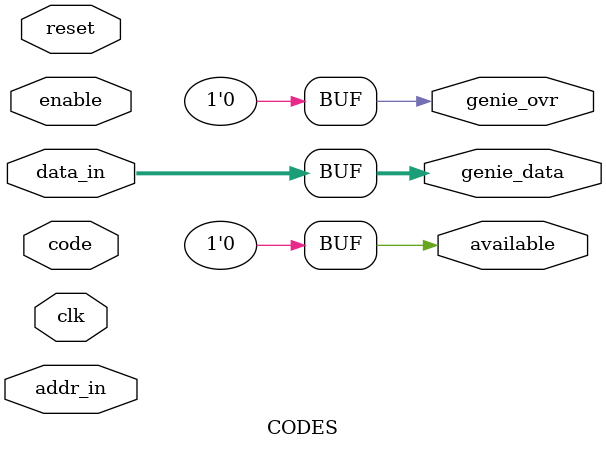
<source format=sv>

module CODES #(
    parameter ACTIVE = 1,
    parameter INDEX_SIZE = 4,
    parameter CODE_WIDTH = 129,
    parameter MAX_CODES = 16,
    parameter DATA_WIDTH = 8,
    parameter COMP_WIDTH = 8,
    parameter ADDR_WIDTH = 16,
    parameter DATA_S = CODE_WIDTH - 1,
    parameter COMP_S = DATA_S - DATA_WIDTH,
    parameter ADDR_S = COMP_S - COMP_WIDTH,
    parameter ENA_F_S = ADDR_S - ADDR_WIDTH,
    parameter COMP_F_S = ENA_F_S - 1,
    parameter ENA_BIT = ENA_F_S
) (
    input                     clk,
    input                     reset,
    input  [CODE_WIDTH-1:0]   code,
    input                     enable,
    input  [ADDR_WIDTH-1:0]   addr_in,
    input  [DATA_WIDTH-1:0]   data_in,
    output                    available,
    output                    genie_ovr,
    output [DATA_WIDTH-1:0]   genie_data
);

    // Cheat codes disabled for simulation
    assign available = 1'b0;
    assign genie_ovr = 1'b0;
    assign genie_data = data_in;

endmodule

</source>
